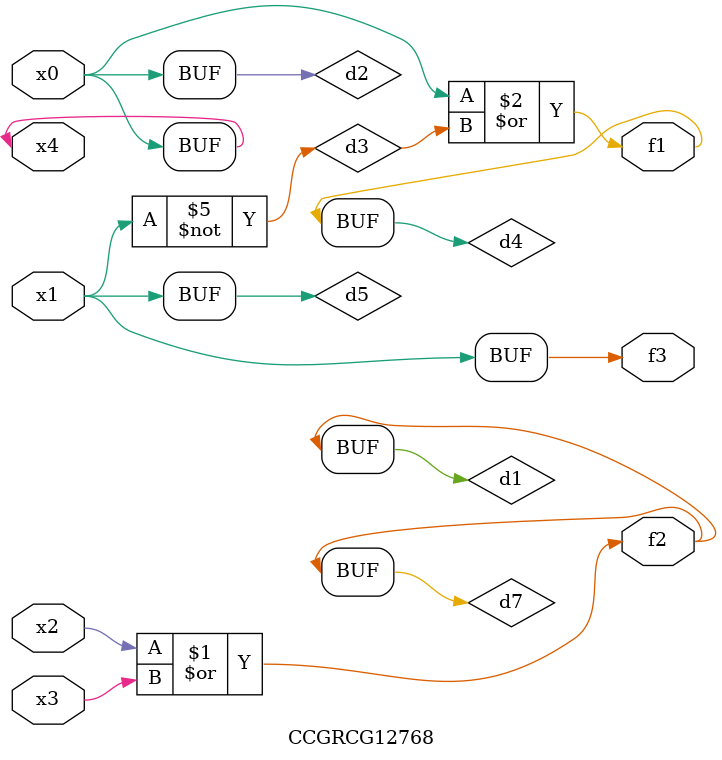
<source format=v>
module CCGRCG12768(
	input x0, x1, x2, x3, x4,
	output f1, f2, f3
);

	wire d1, d2, d3, d4, d5, d6, d7;

	or (d1, x2, x3);
	buf (d2, x0, x4);
	not (d3, x1);
	or (d4, d2, d3);
	not (d5, d3);
	nand (d6, d1, d3);
	or (d7, d1);
	assign f1 = d4;
	assign f2 = d7;
	assign f3 = d5;
endmodule

</source>
